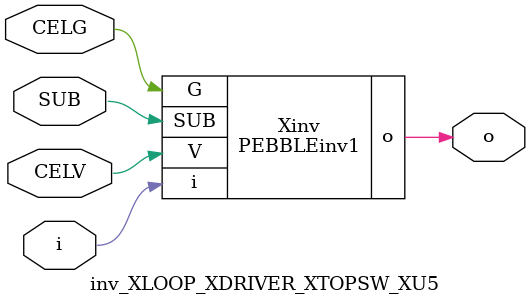
<source format=v>



module PEBBLEinv1 ( o, G, SUB, V, i );

  input V;
  input i;
  input G;
  output o;
  input SUB;
endmodule

//Celera Confidential Do Not Copy inv_XLOOP_XDRIVER_XTOPSW_XU5
//Celera Confidential Symbol Generator
//5V Inverter
module inv_XLOOP_XDRIVER_XTOPSW_XU5 (CELV,CELG,i,o,SUB);
input CELV;
input CELG;
input i;
input SUB;
output o;

//Celera Confidential Do Not Copy inv
PEBBLEinv1 Xinv(
.V (CELV),
.i (i),
.o (o),
.SUB (SUB),
.G (CELG)
);
//,diesize,PEBBLEinv1

//Celera Confidential Do Not Copy Module End
//Celera Schematic Generator
endmodule

</source>
